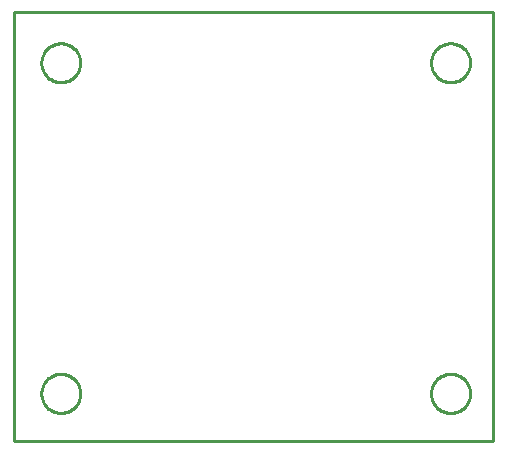
<source format=gbr>
G04 EAGLE Gerber RS-274X export*
G75*
%MOMM*%
%FSLAX34Y34*%
%LPD*%
%IN*%
%IPPOS*%
%AMOC8*
5,1,8,0,0,1.08239X$1,22.5*%
G01*
%ADD10C,0.254000*%


D10*
X0Y0D02*
X405800Y0D01*
X405800Y362800D01*
X0Y362800D01*
X0Y0D01*
X56500Y319460D02*
X56429Y318382D01*
X56288Y317311D01*
X56078Y316251D01*
X55798Y315208D01*
X55451Y314185D01*
X55037Y313187D01*
X54560Y312218D01*
X54019Y311282D01*
X53419Y310384D01*
X52762Y309527D01*
X52049Y308715D01*
X51285Y307951D01*
X50473Y307239D01*
X49616Y306581D01*
X48718Y305981D01*
X47782Y305441D01*
X46813Y304963D01*
X45815Y304549D01*
X44792Y304202D01*
X43749Y303922D01*
X42689Y303712D01*
X41618Y303571D01*
X40540Y303500D01*
X39460Y303500D01*
X38382Y303571D01*
X37311Y303712D01*
X36251Y303922D01*
X35208Y304202D01*
X34185Y304549D01*
X33187Y304963D01*
X32218Y305441D01*
X31282Y305981D01*
X30384Y306581D01*
X29527Y307239D01*
X28715Y307951D01*
X27951Y308715D01*
X27239Y309527D01*
X26581Y310384D01*
X25981Y311282D01*
X25441Y312218D01*
X24963Y313187D01*
X24549Y314185D01*
X24202Y315208D01*
X23922Y316251D01*
X23712Y317311D01*
X23571Y318382D01*
X23500Y319460D01*
X23500Y320540D01*
X23571Y321618D01*
X23712Y322689D01*
X23922Y323749D01*
X24202Y324792D01*
X24549Y325815D01*
X24963Y326813D01*
X25441Y327782D01*
X25981Y328718D01*
X26581Y329616D01*
X27239Y330473D01*
X27951Y331285D01*
X28715Y332049D01*
X29527Y332762D01*
X30384Y333419D01*
X31282Y334019D01*
X32218Y334560D01*
X33187Y335037D01*
X34185Y335451D01*
X35208Y335798D01*
X36251Y336078D01*
X37311Y336288D01*
X38382Y336429D01*
X39460Y336500D01*
X40540Y336500D01*
X41618Y336429D01*
X42689Y336288D01*
X43749Y336078D01*
X44792Y335798D01*
X45815Y335451D01*
X46813Y335037D01*
X47782Y334560D01*
X48718Y334019D01*
X49616Y333419D01*
X50473Y332762D01*
X51285Y332049D01*
X52049Y331285D01*
X52762Y330473D01*
X53419Y329616D01*
X54019Y328718D01*
X54560Y327782D01*
X55037Y326813D01*
X55451Y325815D01*
X55798Y324792D01*
X56078Y323749D01*
X56288Y322689D01*
X56429Y321618D01*
X56500Y320540D01*
X56500Y319460D01*
X56500Y39460D02*
X56429Y38382D01*
X56288Y37311D01*
X56078Y36251D01*
X55798Y35208D01*
X55451Y34185D01*
X55037Y33187D01*
X54560Y32218D01*
X54019Y31282D01*
X53419Y30384D01*
X52762Y29527D01*
X52049Y28715D01*
X51285Y27951D01*
X50473Y27239D01*
X49616Y26581D01*
X48718Y25981D01*
X47782Y25441D01*
X46813Y24963D01*
X45815Y24549D01*
X44792Y24202D01*
X43749Y23922D01*
X42689Y23712D01*
X41618Y23571D01*
X40540Y23500D01*
X39460Y23500D01*
X38382Y23571D01*
X37311Y23712D01*
X36251Y23922D01*
X35208Y24202D01*
X34185Y24549D01*
X33187Y24963D01*
X32218Y25441D01*
X31282Y25981D01*
X30384Y26581D01*
X29527Y27239D01*
X28715Y27951D01*
X27951Y28715D01*
X27239Y29527D01*
X26581Y30384D01*
X25981Y31282D01*
X25441Y32218D01*
X24963Y33187D01*
X24549Y34185D01*
X24202Y35208D01*
X23922Y36251D01*
X23712Y37311D01*
X23571Y38382D01*
X23500Y39460D01*
X23500Y40540D01*
X23571Y41618D01*
X23712Y42689D01*
X23922Y43749D01*
X24202Y44792D01*
X24549Y45815D01*
X24963Y46813D01*
X25441Y47782D01*
X25981Y48718D01*
X26581Y49616D01*
X27239Y50473D01*
X27951Y51285D01*
X28715Y52049D01*
X29527Y52762D01*
X30384Y53419D01*
X31282Y54019D01*
X32218Y54560D01*
X33187Y55037D01*
X34185Y55451D01*
X35208Y55798D01*
X36251Y56078D01*
X37311Y56288D01*
X38382Y56429D01*
X39460Y56500D01*
X40540Y56500D01*
X41618Y56429D01*
X42689Y56288D01*
X43749Y56078D01*
X44792Y55798D01*
X45815Y55451D01*
X46813Y55037D01*
X47782Y54560D01*
X48718Y54019D01*
X49616Y53419D01*
X50473Y52762D01*
X51285Y52049D01*
X52049Y51285D01*
X52762Y50473D01*
X53419Y49616D01*
X54019Y48718D01*
X54560Y47782D01*
X55037Y46813D01*
X55451Y45815D01*
X55798Y44792D01*
X56078Y43749D01*
X56288Y42689D01*
X56429Y41618D01*
X56500Y40540D01*
X56500Y39460D01*
X386500Y39460D02*
X386429Y38382D01*
X386288Y37311D01*
X386078Y36251D01*
X385798Y35208D01*
X385451Y34185D01*
X385037Y33187D01*
X384560Y32218D01*
X384019Y31282D01*
X383419Y30384D01*
X382762Y29527D01*
X382049Y28715D01*
X381285Y27951D01*
X380473Y27239D01*
X379616Y26581D01*
X378718Y25981D01*
X377782Y25441D01*
X376813Y24963D01*
X375815Y24549D01*
X374792Y24202D01*
X373749Y23922D01*
X372689Y23712D01*
X371618Y23571D01*
X370540Y23500D01*
X369460Y23500D01*
X368382Y23571D01*
X367311Y23712D01*
X366251Y23922D01*
X365208Y24202D01*
X364185Y24549D01*
X363187Y24963D01*
X362218Y25441D01*
X361282Y25981D01*
X360384Y26581D01*
X359527Y27239D01*
X358715Y27951D01*
X357951Y28715D01*
X357239Y29527D01*
X356581Y30384D01*
X355981Y31282D01*
X355441Y32218D01*
X354963Y33187D01*
X354549Y34185D01*
X354202Y35208D01*
X353922Y36251D01*
X353712Y37311D01*
X353571Y38382D01*
X353500Y39460D01*
X353500Y40540D01*
X353571Y41618D01*
X353712Y42689D01*
X353922Y43749D01*
X354202Y44792D01*
X354549Y45815D01*
X354963Y46813D01*
X355441Y47782D01*
X355981Y48718D01*
X356581Y49616D01*
X357239Y50473D01*
X357951Y51285D01*
X358715Y52049D01*
X359527Y52762D01*
X360384Y53419D01*
X361282Y54019D01*
X362218Y54560D01*
X363187Y55037D01*
X364185Y55451D01*
X365208Y55798D01*
X366251Y56078D01*
X367311Y56288D01*
X368382Y56429D01*
X369460Y56500D01*
X370540Y56500D01*
X371618Y56429D01*
X372689Y56288D01*
X373749Y56078D01*
X374792Y55798D01*
X375815Y55451D01*
X376813Y55037D01*
X377782Y54560D01*
X378718Y54019D01*
X379616Y53419D01*
X380473Y52762D01*
X381285Y52049D01*
X382049Y51285D01*
X382762Y50473D01*
X383419Y49616D01*
X384019Y48718D01*
X384560Y47782D01*
X385037Y46813D01*
X385451Y45815D01*
X385798Y44792D01*
X386078Y43749D01*
X386288Y42689D01*
X386429Y41618D01*
X386500Y40540D01*
X386500Y39460D01*
X386500Y319460D02*
X386429Y318382D01*
X386288Y317311D01*
X386078Y316251D01*
X385798Y315208D01*
X385451Y314185D01*
X385037Y313187D01*
X384560Y312218D01*
X384019Y311282D01*
X383419Y310384D01*
X382762Y309527D01*
X382049Y308715D01*
X381285Y307951D01*
X380473Y307239D01*
X379616Y306581D01*
X378718Y305981D01*
X377782Y305441D01*
X376813Y304963D01*
X375815Y304549D01*
X374792Y304202D01*
X373749Y303922D01*
X372689Y303712D01*
X371618Y303571D01*
X370540Y303500D01*
X369460Y303500D01*
X368382Y303571D01*
X367311Y303712D01*
X366251Y303922D01*
X365208Y304202D01*
X364185Y304549D01*
X363187Y304963D01*
X362218Y305441D01*
X361282Y305981D01*
X360384Y306581D01*
X359527Y307239D01*
X358715Y307951D01*
X357951Y308715D01*
X357239Y309527D01*
X356581Y310384D01*
X355981Y311282D01*
X355441Y312218D01*
X354963Y313187D01*
X354549Y314185D01*
X354202Y315208D01*
X353922Y316251D01*
X353712Y317311D01*
X353571Y318382D01*
X353500Y319460D01*
X353500Y320540D01*
X353571Y321618D01*
X353712Y322689D01*
X353922Y323749D01*
X354202Y324792D01*
X354549Y325815D01*
X354963Y326813D01*
X355441Y327782D01*
X355981Y328718D01*
X356581Y329616D01*
X357239Y330473D01*
X357951Y331285D01*
X358715Y332049D01*
X359527Y332762D01*
X360384Y333419D01*
X361282Y334019D01*
X362218Y334560D01*
X363187Y335037D01*
X364185Y335451D01*
X365208Y335798D01*
X366251Y336078D01*
X367311Y336288D01*
X368382Y336429D01*
X369460Y336500D01*
X370540Y336500D01*
X371618Y336429D01*
X372689Y336288D01*
X373749Y336078D01*
X374792Y335798D01*
X375815Y335451D01*
X376813Y335037D01*
X377782Y334560D01*
X378718Y334019D01*
X379616Y333419D01*
X380473Y332762D01*
X381285Y332049D01*
X382049Y331285D01*
X382762Y330473D01*
X383419Y329616D01*
X384019Y328718D01*
X384560Y327782D01*
X385037Y326813D01*
X385451Y325815D01*
X385798Y324792D01*
X386078Y323749D01*
X386288Y322689D01*
X386429Y321618D01*
X386500Y320540D01*
X386500Y319460D01*
M02*

</source>
